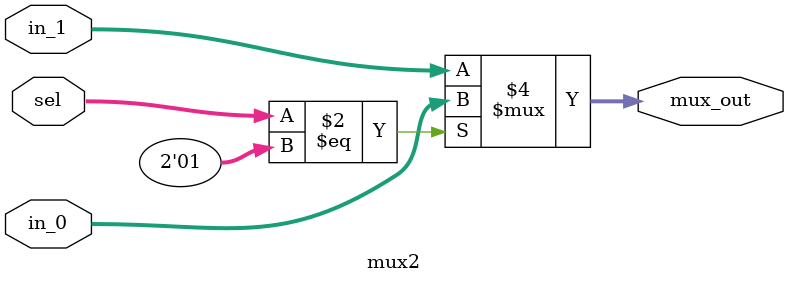
<source format=v>
`timescale 1ns / 1ps
module  mux2(
in_0      , // Mux first input
in_1      , // Mux Second input
sel        , // Select input
mux_out      // Mux output
);
//-----------Input Ports---------------
input  [1:0] sel ;
input [13:0] in_0;
input [13:0] in_1;
//-----------Output Ports---------------
output [13:0] mux_out;
//------------Internal Variables--------
reg [13:0]   mux_out;
//-------------Code Starts Here---------
always @ (sel or in_0 or in_1)
begin : MUX
  if (sel == 1) begin
      mux_out = in_0;
  end else begin
      mux_out = in_1 ;
  end
end

endmodule 

</source>
